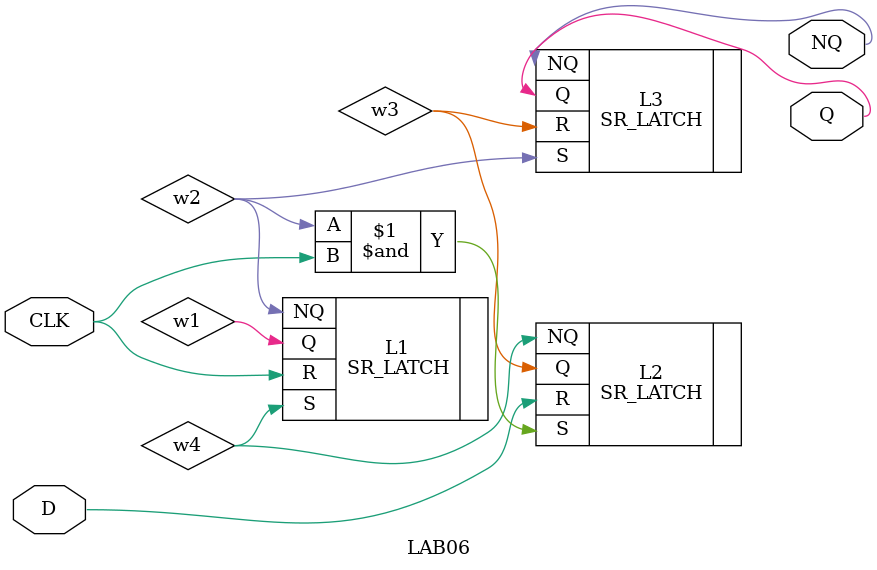
<source format=v>
module LAB06(CLK, D, Q, NQ);
    input CLK, D;
    output Q, NQ;
    wire w1, w2, w3, w4;
    SR_LATCH L1(.S(w4), .R(CLK), .Q(w1), .NQ(w2));
    SR_LATCH L2(.S(w2&CLK), .R(D), .Q(w3), .NQ(w4));
    SR_LATCH L3(.S(w2), .R(w3), .Q(Q), .NQ(NQ));
endmodule

</source>
